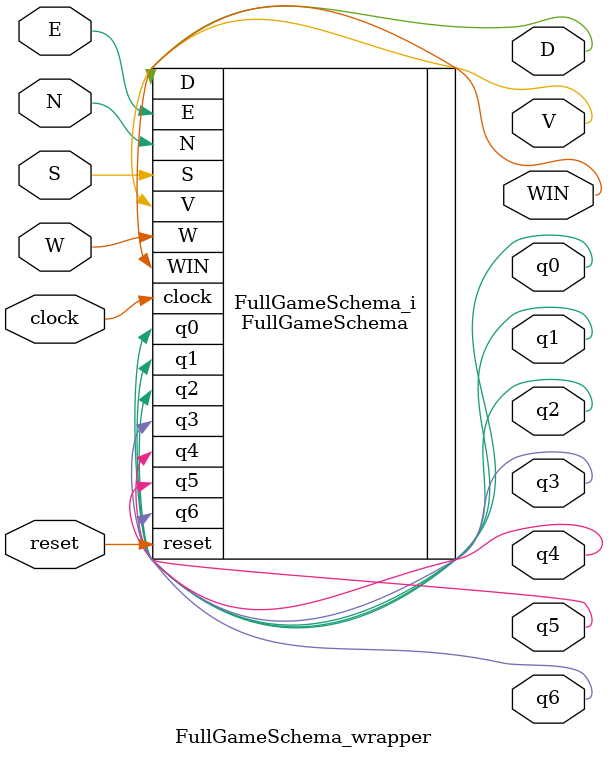
<source format=v>
`timescale 1 ps / 1 ps

module FullGameSchema_wrapper
   (D,
    E,
    N,
    S,
    V,
    W,
    WIN,
    clock,
    q0,
    q1,
    q2,
    q3,
    q4,
    q5,
    q6,
    reset);
  output D;
  input E;
  input N;
  input S;
  output V;
  input W;
  output WIN;
  input clock;
  output q0;
  output q1;
  output q2;
  output q3;
  output q4;
  output q5;
  output q6;
  input reset;

  wire D;
  wire E;
  wire N;
  wire S;
  wire V;
  wire W;
  wire WIN;
  wire clock;
  wire q0;
  wire q1;
  wire q2;
  wire q3;
  wire q4;
  wire q5;
  wire q6;
  wire reset;

  FullGameSchema FullGameSchema_i
       (.D(D),
        .E(E),
        .N(N),
        .S(S),
        .V(V),
        .W(W),
        .WIN(WIN),
        .clock(clock),
        .q0(q0),
        .q1(q1),
        .q2(q2),
        .q3(q3),
        .q4(q4),
        .q5(q5),
        .q6(q6),
        .reset(reset));
endmodule

</source>
